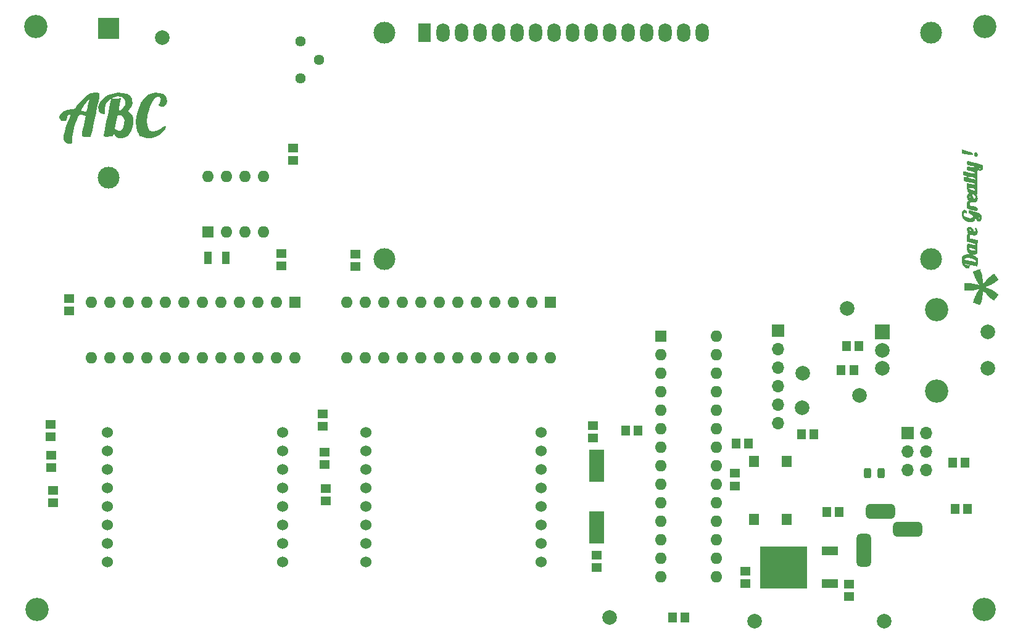
<source format=gbr>
%TF.GenerationSoftware,KiCad,Pcbnew,(6.0.5)*%
%TF.CreationDate,2022-07-22T16:06:37-04:00*%
%TF.ProjectId,Clock,436c6f63-6b2e-46b6-9963-61645f706362,rev?*%
%TF.SameCoordinates,PX4c4b400PY8a48640*%
%TF.FileFunction,Soldermask,Top*%
%TF.FilePolarity,Negative*%
%FSLAX46Y46*%
G04 Gerber Fmt 4.6, Leading zero omitted, Abs format (unit mm)*
G04 Created by KiCad (PCBNEW (6.0.5)) date 2022-07-22 16:06:37*
%MOMM*%
%LPD*%
G01*
G04 APERTURE LIST*
G04 Aperture macros list*
%AMRoundRect*
0 Rectangle with rounded corners*
0 $1 Rounding radius*
0 $2 $3 $4 $5 $6 $7 $8 $9 X,Y pos of 4 corners*
0 Add a 4 corners polygon primitive as box body*
4,1,4,$2,$3,$4,$5,$6,$7,$8,$9,$2,$3,0*
0 Add four circle primitives for the rounded corners*
1,1,$1+$1,$2,$3*
1,1,$1+$1,$4,$5*
1,1,$1+$1,$6,$7*
1,1,$1+$1,$8,$9*
0 Add four rect primitives between the rounded corners*
20,1,$1+$1,$2,$3,$4,$5,0*
20,1,$1+$1,$4,$5,$6,$7,0*
20,1,$1+$1,$6,$7,$8,$9,0*
20,1,$1+$1,$8,$9,$2,$3,0*%
G04 Aperture macros list end*
%ADD10R,1.000000X1.800000*%
%ADD11R,1.150000X1.400000*%
%ADD12R,1.600000X1.600000*%
%ADD13O,1.600000X1.600000*%
%ADD14C,3.200000*%
%ADD15R,1.400000X1.150000*%
%ADD16R,2.000000X2.000000*%
%ADD17C,2.000000*%
%ADD18R,2.200000X1.200000*%
%ADD19R,6.400000X5.800000*%
%ADD20R,2.000000X4.500000*%
%ADD21RoundRect,0.243750X-0.243750X-0.456250X0.243750X-0.456250X0.243750X0.456250X-0.243750X0.456250X0*%
%ADD22C,3.000000*%
%ADD23R,1.800000X2.600000*%
%ADD24O,1.800000X2.600000*%
%ADD25C,1.440000*%
%ADD26C,1.524000*%
%ADD27R,1.400000X1.600000*%
%ADD28R,1.700000X1.700000*%
%ADD29O,1.700000X1.700000*%
%ADD30RoundRect,0.500000X-0.500000X1.750000X-0.500000X-1.750000X0.500000X-1.750000X0.500000X1.750000X0*%
%ADD31RoundRect,0.500000X-1.500000X-0.500000X1.500000X-0.500000X1.500000X0.500000X-1.500000X0.500000X0*%
%ADD32R,3.000000X3.000000*%
G04 APERTURE END LIST*
%TO.C,G\u002A\u002A\u002A*%
G36*
X9749451Y73657561D02*
G01*
X9782476Y73657797D01*
X10055940Y73682141D01*
X10225850Y73784659D01*
X10347397Y73957570D01*
X10565975Y74265954D01*
X10878171Y74629685D01*
X11240848Y75005954D01*
X11610866Y75351949D01*
X11945089Y75624862D01*
X12173288Y75769587D01*
X12523506Y75890965D01*
X12916291Y75955691D01*
X13280941Y75958129D01*
X13546755Y75892647D01*
X13567496Y75880695D01*
X13601535Y75826185D01*
X13611850Y75706516D01*
X13595397Y75502182D01*
X13549133Y75193676D01*
X13470013Y74761494D01*
X13354994Y74186128D01*
X13201031Y73448074D01*
X13151096Y73212282D01*
X13002183Y72513476D01*
X12861743Y71859466D01*
X12736032Y71278989D01*
X12631305Y70800785D01*
X12553817Y70453592D01*
X12510005Y70266856D01*
X12417583Y69906060D01*
X11795913Y69906060D01*
X11455499Y69913424D01*
X11266458Y69942906D01*
X11188051Y70005590D01*
X11177166Y70074432D01*
X11197815Y70227632D01*
X11252276Y70528182D01*
X11332759Y70935561D01*
X11431476Y71409246D01*
X11453600Y71512455D01*
X11727112Y72782107D01*
X11436320Y72883478D01*
X11109759Y72972797D01*
X10895695Y72944667D01*
X10738246Y72774784D01*
X10618623Y72527841D01*
X10240610Y71530606D01*
X9995798Y70632329D01*
X9887869Y69847219D01*
X9882847Y69689707D01*
X9876331Y69315419D01*
X9857235Y69094079D01*
X9812294Y68986213D01*
X9728245Y68952346D01*
X9634848Y68951659D01*
X9352273Y68992236D01*
X9143637Y69051131D01*
X8864361Y69248136D01*
X8715704Y69585832D01*
X8697630Y70063645D01*
X8810102Y70681001D01*
X9053082Y71437324D01*
X9341822Y72142992D01*
X9491158Y72502164D01*
X9591641Y72784980D01*
X9630875Y72953849D01*
X9619451Y72984848D01*
X9356185Y72900098D01*
X9187869Y72681785D01*
X9153788Y72498021D01*
X9083965Y72245131D01*
X8907352Y72101011D01*
X8673234Y72061884D01*
X8430895Y72123967D01*
X8229619Y72283481D01*
X8118691Y72536645D01*
X8113321Y72577830D01*
X8170480Y72912318D01*
X8390675Y73205653D01*
X8745905Y73439718D01*
X8992894Y73523431D01*
X11092954Y73523431D01*
X11200190Y73481570D01*
X11404658Y73419067D01*
X11626988Y73358201D01*
X11787812Y73321251D01*
X11821078Y73319045D01*
X11849446Y73412426D01*
X11905060Y73647437D01*
X11976923Y73977122D01*
X11991927Y74048603D01*
X12072549Y74423089D01*
X12145887Y74743009D01*
X12197290Y74944693D01*
X12200825Y74956442D01*
X12229753Y75086605D01*
X12164874Y75067270D01*
X12085630Y75004548D01*
X11967800Y74874958D01*
X11794453Y74646981D01*
X11594148Y74363229D01*
X11395443Y74066311D01*
X11226894Y73798836D01*
X11117061Y73603415D01*
X11092954Y73523431D01*
X8992894Y73523431D01*
X9208165Y73596394D01*
X9749451Y73657561D01*
G37*
G36*
X21876089Y75933907D02*
G01*
X22330396Y75802430D01*
X22642752Y75548302D01*
X22792568Y75258851D01*
X22867945Y74828872D01*
X22810583Y74467419D01*
X22642893Y74200834D01*
X22387284Y74055457D01*
X22066165Y74057631D01*
X21844464Y74144384D01*
X21724124Y74220841D01*
X21713784Y74307009D01*
X21814559Y74469003D01*
X21850789Y74520031D01*
X22009998Y74839661D01*
X22032900Y75129695D01*
X21919337Y75344536D01*
X21853788Y75390151D01*
X21595955Y75429411D01*
X21322588Y75295511D01*
X21046381Y75005636D01*
X20780029Y74576970D01*
X20536228Y74026697D01*
X20327671Y73371999D01*
X20308466Y73298415D01*
X20179398Y72652350D01*
X20128212Y72054329D01*
X20152111Y71532939D01*
X20248298Y71116766D01*
X20413976Y70834398D01*
X20559235Y70735523D01*
X20978346Y70671610D01*
X21451156Y70761758D01*
X21934382Y70993828D01*
X22216004Y71200093D01*
X22450792Y71358162D01*
X22639928Y71415361D01*
X22675935Y71408994D01*
X22755162Y71350936D01*
X22747699Y71235655D01*
X22647916Y71012552D01*
X22627296Y70971865D01*
X22298575Y70525797D01*
X21834582Y70163179D01*
X21280495Y69900647D01*
X20681494Y69754834D01*
X20082757Y69742375D01*
X19592803Y69854615D01*
X19353586Y69943515D01*
X19208311Y69995443D01*
X19190453Y70000824D01*
X19129395Y70071404D01*
X19001340Y70243525D01*
X18971861Y70284678D01*
X18760520Y70727213D01*
X18646435Y71295411D01*
X18625293Y71951502D01*
X18692779Y72657715D01*
X18844580Y73376280D01*
X19076381Y74069427D01*
X19383869Y74699386D01*
X19496752Y74880263D01*
X19912719Y75386951D01*
X20386716Y75722115D01*
X20950679Y75904876D01*
X21274872Y75944975D01*
X21876089Y75933907D01*
G37*
G36*
X14359737Y71059232D02*
G01*
X15676591Y71059232D01*
X15902879Y70868186D01*
X16205275Y70716193D01*
X16505875Y70749247D01*
X16768793Y70963016D01*
X16776871Y70973717D01*
X16907923Y71252546D01*
X16996867Y71650123D01*
X17013098Y71791520D01*
X17031618Y72137803D01*
X17001672Y72366621D01*
X16909540Y72549774D01*
X16854009Y72624053D01*
X16585917Y72843907D01*
X16369197Y72888636D01*
X16240662Y72885548D01*
X16149188Y72855010D01*
X16079106Y72765111D01*
X16014747Y72583938D01*
X15940440Y72279582D01*
X15840518Y71820131D01*
X15837380Y71805563D01*
X15676591Y71059232D01*
X14359737Y71059232D01*
X14427310Y71384502D01*
X14556906Y71997675D01*
X14685985Y72600000D01*
X14827797Y73258192D01*
X14955256Y73850912D01*
X15063036Y74353290D01*
X15145807Y74740455D01*
X15198241Y74987536D01*
X15215109Y75069804D01*
X15301208Y75093546D01*
X15519232Y75121951D01*
X15808924Y75150018D01*
X16110026Y75172749D01*
X16362283Y75185142D01*
X16505436Y75182198D01*
X16517811Y75177896D01*
X16517864Y75071016D01*
X16481438Y74821714D01*
X16415669Y74474981D01*
X16378653Y74300311D01*
X16306244Y73931308D01*
X16265888Y73645833D01*
X16262764Y73485833D01*
X16275623Y73465909D01*
X16435567Y73537239D01*
X16651946Y73717045D01*
X16873930Y73954047D01*
X17050688Y74196966D01*
X17105661Y74303273D01*
X17178899Y74687205D01*
X17082053Y75025814D01*
X16833523Y75279791D01*
X16601594Y75380257D01*
X16065652Y75437018D01*
X15555093Y75326732D01*
X15099921Y75074725D01*
X14730136Y74706319D01*
X14475739Y74246838D01*
X14366734Y73721605D01*
X14370690Y73497224D01*
X14387050Y73197389D01*
X14364379Y73042874D01*
X14291454Y72988598D01*
X14243156Y72984848D01*
X13862376Y73061105D01*
X13599635Y73281898D01*
X13498184Y73504695D01*
X13455048Y73995254D01*
X13584155Y74469540D01*
X13865342Y74908915D01*
X14278441Y75294738D01*
X14803287Y75608368D01*
X15419716Y75831166D01*
X16107561Y75944492D01*
X16140051Y75946730D01*
X16829629Y75933617D01*
X17380050Y75797532D01*
X17787053Y75540531D01*
X18046378Y75164672D01*
X18103306Y74998652D01*
X18146599Y74494458D01*
X18014714Y74016702D01*
X17771905Y73665778D01*
X17531292Y73414632D01*
X17816459Y73223793D01*
X18089941Y72941800D01*
X18243474Y72534650D01*
X18281517Y71988132D01*
X18269845Y71779214D01*
X18165040Y71225308D01*
X17957282Y70696383D01*
X17674830Y70250534D01*
X17393649Y69977791D01*
X17074373Y69827558D01*
X16660788Y69738759D01*
X16601954Y69733005D01*
X16285035Y69719821D01*
X16080980Y69760367D01*
X15913048Y69875538D01*
X15847493Y69938457D01*
X15677858Y70150416D01*
X15590869Y70340864D01*
X15588617Y70358695D01*
X15565402Y70400037D01*
X15523279Y70276173D01*
X15515833Y70242803D01*
X15473939Y70089368D01*
X15398977Y70000539D01*
X15244041Y69955374D01*
X14962226Y69932930D01*
X14805626Y69925718D01*
X14437162Y69920179D01*
X14230741Y69946614D01*
X14157997Y70009230D01*
X14156861Y70021930D01*
X14176475Y70146393D01*
X14231691Y70432530D01*
X14292355Y70731881D01*
X15607596Y70731881D01*
X15625285Y70607093D01*
X15658128Y70605603D01*
X15681096Y70734372D01*
X15665724Y70790009D01*
X15623003Y70826453D01*
X15607596Y70731881D01*
X14292355Y70731881D01*
X14317104Y70854010D01*
X14359737Y71059232D01*
G37*
G36*
X134463322Y51743850D02*
G01*
X134478702Y51701022D01*
X134501058Y51635281D01*
X134528832Y51551240D01*
X134560468Y51453513D01*
X134574483Y51409648D01*
X134608188Y51304366D01*
X134639464Y51207823D01*
X134666537Y51125400D01*
X134687635Y51062477D01*
X134700987Y51024434D01*
X134703483Y51018037D01*
X134711794Y50986803D01*
X134722705Y50929216D01*
X134735026Y50852396D01*
X134747568Y50763464D01*
X134752732Y50723276D01*
X134764377Y50627827D01*
X134777186Y50519430D01*
X134790583Y50403310D01*
X134803994Y50284689D01*
X134816847Y50168791D01*
X134828566Y50060840D01*
X134838577Y49966058D01*
X134846307Y49889670D01*
X134851181Y49836899D01*
X134852652Y49814101D01*
X134864134Y49791491D01*
X134874320Y49788461D01*
X134884899Y49791809D01*
X134901438Y49803819D01*
X134926844Y49827435D01*
X134964025Y49865605D01*
X135015889Y49921276D01*
X135085343Y49997394D01*
X135138992Y50056677D01*
X135266083Y50196962D01*
X135374467Y50315298D01*
X135467689Y50415030D01*
X135549295Y50499502D01*
X135622828Y50572056D01*
X135691834Y50636037D01*
X135759858Y50694789D01*
X135830444Y50751656D01*
X135907137Y50809981D01*
X135993481Y50873107D01*
X136039741Y50906343D01*
X136128689Y50969738D01*
X136208873Y51026366D01*
X136276106Y51073311D01*
X136326201Y51107659D01*
X136354971Y51126495D01*
X136359768Y51129109D01*
X136374996Y51118225D01*
X136405827Y51084264D01*
X136448531Y51031737D01*
X136499380Y50965155D01*
X136531930Y50920776D01*
X136601520Y50824570D01*
X136679599Y50716730D01*
X136757075Y50609810D01*
X136824856Y50516360D01*
X136830902Y50508032D01*
X136881993Y50436694D01*
X136925109Y50374659D01*
X136956722Y50327150D01*
X136973301Y50299386D01*
X136974933Y50294929D01*
X136962023Y50281901D01*
X136926257Y50252465D01*
X136872083Y50209947D01*
X136803949Y50157670D01*
X136726302Y50098959D01*
X136643590Y50037140D01*
X136560260Y49975535D01*
X136480760Y49917471D01*
X136409538Y49866271D01*
X136351041Y49825261D01*
X136310421Y49798208D01*
X136274147Y49778163D01*
X136215692Y49748956D01*
X136143773Y49714841D01*
X136082228Y49686798D01*
X135994686Y49647470D01*
X135902644Y49605793D01*
X135819614Y49567898D01*
X135779045Y49549204D01*
X135709514Y49517384D01*
X135621941Y49477889D01*
X135529172Y49436490D01*
X135467440Y49409213D01*
X135370878Y49366350D01*
X135302974Y49334127D01*
X135261447Y49309861D01*
X135244015Y49290868D01*
X135248398Y49274463D01*
X135272313Y49257962D01*
X135313480Y49238680D01*
X135320059Y49235794D01*
X135372905Y49212326D01*
X135443608Y49180471D01*
X135519445Y49145972D01*
X135543236Y49135075D01*
X135620358Y49099677D01*
X135698739Y49063699D01*
X135764447Y49033536D01*
X135779045Y49026834D01*
X135830253Y49003449D01*
X135902845Y48970461D01*
X135987490Y48932103D01*
X136074858Y48892610D01*
X136082228Y48889283D01*
X136170398Y48847351D01*
X136257050Y48802407D01*
X136332506Y48759697D01*
X136387086Y48724468D01*
X136389233Y48722894D01*
X136435632Y48688801D01*
X136502434Y48640030D01*
X136582723Y48581615D01*
X136669585Y48518589D01*
X136730257Y48474668D01*
X136808817Y48416960D01*
X136876902Y48365232D01*
X136930148Y48322943D01*
X136964192Y48293547D01*
X136974807Y48280968D01*
X136965279Y48262316D01*
X136938960Y48221638D01*
X136899231Y48163889D01*
X136849471Y48094023D01*
X136813866Y48045159D01*
X136756944Y47967472D01*
X136705173Y47896379D01*
X136662714Y47837626D01*
X136633728Y47796959D01*
X136624836Y47784085D01*
X136601864Y47751315D01*
X136587500Y47733554D01*
X136574382Y47717066D01*
X136546401Y47679351D01*
X136508164Y47626674D01*
X136479132Y47586173D01*
X136436011Y47527866D01*
X136398897Y47481603D01*
X136372674Y47453257D01*
X136363585Y47447215D01*
X136344018Y47456669D01*
X136303904Y47482241D01*
X136249577Y47519739D01*
X136202069Y47554085D01*
X136128389Y47607880D01*
X136039089Y47672375D01*
X135946143Y47738954D01*
X135871684Y47791830D01*
X135798683Y47844635D01*
X135732184Y47894992D01*
X135678984Y47937603D01*
X135645881Y47967170D01*
X135643374Y47969815D01*
X135610273Y48005931D01*
X135557754Y48063078D01*
X135489244Y48137536D01*
X135408174Y48225580D01*
X135317970Y48323488D01*
X135222062Y48427537D01*
X135123879Y48534004D01*
X135073435Y48588682D01*
X135009379Y48656520D01*
X134952782Y48713467D01*
X134907631Y48755749D01*
X134877914Y48779591D01*
X134868087Y48783037D01*
X134860729Y48761418D01*
X134851736Y48714116D01*
X134842455Y48649006D01*
X134836920Y48600994D01*
X134815748Y48399843D01*
X134797456Y48228422D01*
X134781378Y48082962D01*
X134766848Y47959693D01*
X134753200Y47854845D01*
X134739768Y47764650D01*
X134725886Y47685337D01*
X134710888Y47613137D01*
X134694107Y47544281D01*
X134674878Y47474998D01*
X134652534Y47401520D01*
X134626410Y47320077D01*
X134595839Y47226899D01*
X134592126Y47215616D01*
X134554342Y47103233D01*
X134519624Y47004570D01*
X134489484Y46923603D01*
X134465437Y46864305D01*
X134448994Y46830651D01*
X134443187Y46824405D01*
X134419620Y46829579D01*
X134371791Y46843236D01*
X134307364Y46863111D01*
X134254708Y46880097D01*
X134181962Y46903932D01*
X134086387Y46935180D01*
X133977191Y46970834D01*
X133863580Y47007889D01*
X133778879Y47035485D01*
X133660284Y47075072D01*
X133572252Y47106756D01*
X133512803Y47131342D01*
X133479961Y47149638D01*
X133471485Y47160837D01*
X133476541Y47183324D01*
X133490751Y47233100D01*
X133512674Y47305473D01*
X133540872Y47395755D01*
X133573906Y47499254D01*
X133600055Y47579868D01*
X133630328Y47672603D01*
X133656544Y47751743D01*
X133680493Y47820980D01*
X133703969Y47884009D01*
X133728762Y47944522D01*
X133756665Y48006214D01*
X133789469Y48072777D01*
X133828968Y48147906D01*
X133876952Y48235293D01*
X133935213Y48338632D01*
X134005544Y48461617D01*
X134089737Y48607942D01*
X134147459Y48708141D01*
X134195106Y48792285D01*
X134235549Y48866448D01*
X134266238Y48925721D01*
X134284621Y48965195D01*
X134288593Y48979652D01*
X134268844Y48984369D01*
X134228420Y48981208D01*
X134208751Y48977721D01*
X134153883Y48966535D01*
X134082569Y48952032D01*
X134018899Y48939109D01*
X133949355Y48925004D01*
X133861109Y48907102D01*
X133768474Y48888306D01*
X133724138Y48879309D01*
X133634202Y48861187D01*
X133540782Y48842574D01*
X133458461Y48826369D01*
X133425915Y48820055D01*
X133354937Y48805623D01*
X133287618Y48790655D01*
X133240637Y48778944D01*
X133204467Y48773689D01*
X133138906Y48769155D01*
X133048245Y48765490D01*
X132936774Y48762845D01*
X132808785Y48761366D01*
X132725920Y48761102D01*
X132275117Y48761008D01*
X132279567Y49287367D01*
X132284018Y49813726D01*
X133176724Y49813726D01*
X133520359Y49741157D01*
X133698012Y49703697D01*
X133845542Y49672748D01*
X133965766Y49647767D01*
X134061500Y49628212D01*
X134135561Y49613540D01*
X134190767Y49603208D01*
X134229934Y49596674D01*
X134255879Y49593396D01*
X134271418Y49592830D01*
X134279370Y49594434D01*
X134280063Y49594816D01*
X134282398Y49613759D01*
X134269193Y49648928D01*
X134264081Y49658395D01*
X134156607Y49846402D01*
X134064376Y50008259D01*
X133985855Y50147032D01*
X133919512Y50265785D01*
X133863814Y50367583D01*
X133817231Y50455489D01*
X133778228Y50532568D01*
X133745274Y50601886D01*
X133716837Y50666505D01*
X133691384Y50729491D01*
X133667383Y50793907D01*
X133643301Y50862819D01*
X133617607Y50939291D01*
X133605826Y50974823D01*
X133570691Y51082868D01*
X133539345Y51182876D01*
X133513362Y51269527D01*
X133494317Y51337499D01*
X133483785Y51381471D01*
X133482213Y51392537D01*
X133482516Y51416777D01*
X133489989Y51434375D01*
X133510576Y51449309D01*
X133550220Y51465556D01*
X133614864Y51487094D01*
X133631498Y51492445D01*
X133695924Y51513238D01*
X133784347Y51541914D01*
X133888750Y51575867D01*
X134001119Y51612490D01*
X134113438Y51649176D01*
X134116400Y51650145D01*
X134216298Y51682714D01*
X134304881Y51711401D01*
X134377329Y51734660D01*
X134428819Y51750946D01*
X134454529Y51758713D01*
X134456476Y51759151D01*
X134463322Y51743850D01*
G37*
G36*
X133351150Y52262055D02*
G01*
X133224601Y52290735D01*
X132802049Y52383251D01*
X132528288Y52432042D01*
X132395909Y52437454D01*
X132397501Y52399833D01*
X132517956Y52323678D01*
X132727705Y52251154D01*
X132903419Y52251245D01*
X133030355Y52246186D01*
X133061561Y52148270D01*
X132993014Y51998547D01*
X132934779Y51931356D01*
X132842291Y51841083D01*
X132768764Y51813610D01*
X132649092Y51842952D01*
X132508541Y51892162D01*
X132228492Y52071630D01*
X132226674Y52074396D01*
X132031788Y52370877D01*
X131946395Y52712931D01*
X132186336Y52712931D01*
X132197054Y52676198D01*
X132226674Y52666004D01*
X132237985Y52777636D01*
X132225233Y52892839D01*
X132197054Y52879074D01*
X132186336Y52712931D01*
X131946395Y52712931D01*
X131934105Y52762162D01*
X131926198Y52922590D01*
X131932743Y53102824D01*
X132254085Y53102824D01*
X132337438Y53048751D01*
X132536000Y52988945D01*
X132871131Y52915148D01*
X132924135Y52904439D01*
X133261821Y52834904D01*
X133543904Y52773555D01*
X133728972Y52729550D01*
X133772364Y52716847D01*
X133858125Y52747786D01*
X133873802Y52813496D01*
X133801868Y52932573D01*
X133610885Y53064046D01*
X133528914Y53104422D01*
X133247050Y53197111D01*
X132928736Y53249474D01*
X132623811Y53259344D01*
X132382118Y53224552D01*
X132264583Y53159421D01*
X132254085Y53102824D01*
X131932743Y53102824D01*
X131935834Y53187962D01*
X131960316Y53399228D01*
X131976607Y53463777D01*
X132112748Y53623421D01*
X132356932Y53751937D01*
X132655033Y53824636D01*
X132785189Y53832588D01*
X133084188Y53832588D01*
X132870369Y54000778D01*
X132756290Y54105977D01*
X132691910Y54227479D01*
X132663308Y54412933D01*
X132658525Y54623581D01*
X132929662Y54623581D01*
X132968168Y54538268D01*
X132979997Y54523753D01*
X133118380Y54425886D01*
X133329854Y54338188D01*
X133547560Y54281953D01*
X133704643Y54278474D01*
X133724173Y54286746D01*
X133792108Y54381036D01*
X133704553Y54476047D01*
X133488339Y54558672D01*
X133248546Y54614740D01*
X133054057Y54642883D01*
X133032076Y54643637D01*
X132929662Y54623581D01*
X132658525Y54623581D01*
X132656563Y54709989D01*
X132656549Y54732676D01*
X132659507Y55027151D01*
X132676004Y55192051D01*
X132717477Y55260087D01*
X132795362Y55263970D01*
X132839137Y55254918D01*
X133287663Y55156720D01*
X133587759Y55099827D01*
X133747566Y55082805D01*
X133778290Y55089579D01*
X133780538Y55173819D01*
X133629393Y55259978D01*
X133333646Y55343838D01*
X133185033Y55374251D01*
X132656549Y55473969D01*
X132656549Y55987467D01*
X132668508Y56262003D01*
X132699674Y56466969D01*
X132737919Y56551254D01*
X132773547Y56659794D01*
X132733225Y56762354D01*
X132681648Y56950794D01*
X132670269Y57196795D01*
X132670298Y57197218D01*
X132933596Y57197218D01*
X133016948Y57116589D01*
X133172445Y57024487D01*
X133260398Y57000025D01*
X133272154Y57041121D01*
X133188803Y57121750D01*
X133033305Y57213852D01*
X132945352Y57238314D01*
X132933596Y57197218D01*
X132670298Y57197218D01*
X132672143Y57224043D01*
X132705450Y57426939D01*
X132786845Y57519731D01*
X132928739Y57551414D01*
X133161242Y57513010D01*
X133376943Y57376170D01*
X133520577Y57184798D01*
X133549201Y57058499D01*
X133596907Y56940990D01*
X133691214Y56935451D01*
X133794643Y56981841D01*
X133807259Y57085372D01*
X133749407Y57261182D01*
X133744932Y57381053D01*
X133808315Y57403195D01*
X133988774Y57331904D01*
X134091952Y57120838D01*
X134117252Y56857749D01*
X134101751Y56623853D01*
X134037195Y56492786D01*
X133909202Y56412270D01*
X133678270Y56358375D01*
X133388335Y56400982D01*
X133381726Y56402735D01*
X133260398Y56430269D01*
X133177853Y56449001D01*
X133085583Y56436380D01*
X133062448Y56357009D01*
X133062300Y56343606D01*
X133036521Y56146874D01*
X133016247Y56079203D01*
X133026379Y56008387D01*
X133134922Y55948927D01*
X133366973Y55890236D01*
X133543588Y55856719D01*
X134116982Y55754247D01*
X134108471Y54854280D01*
X134097917Y54481019D01*
X134075889Y54163693D01*
X134045811Y53940006D01*
X134017519Y53852876D01*
X133883120Y53779678D01*
X133704643Y53751535D01*
X133681278Y53747851D01*
X133427476Y53744265D01*
X133729283Y53584898D01*
X133941571Y53446752D01*
X134093248Y53301956D01*
X134114747Y53269219D01*
X134160040Y53163128D01*
X134180244Y53034394D01*
X134176598Y52840801D01*
X134150341Y52540134D01*
X134139287Y52432748D01*
X134096093Y52237626D01*
X134028876Y52135149D01*
X134010916Y52130518D01*
X133891933Y52148716D01*
X133772364Y52172587D01*
X133657755Y52195467D01*
X133351150Y52262055D01*
G37*
G36*
X134084801Y67630245D02*
G01*
X134117252Y67465815D01*
X134077553Y67282650D01*
X133995527Y67193018D01*
X133793151Y67180024D01*
X133662802Y67301385D01*
X133630351Y67465815D01*
X133670051Y67648980D01*
X133752077Y67738611D01*
X133954452Y67751606D01*
X134084801Y67630245D01*
G37*
G36*
X134015751Y58443640D02*
G01*
X133907916Y58643054D01*
X133903814Y58788834D01*
X134213956Y58788834D01*
X134253129Y58714838D01*
X134320128Y58701598D01*
X134421125Y58742773D01*
X134426299Y58788834D01*
X134342521Y58872675D01*
X134320128Y58876070D01*
X134224976Y58812893D01*
X134213956Y58788834D01*
X133903814Y58788834D01*
X133901764Y58861696D01*
X133914210Y59034852D01*
X133873595Y59107289D01*
X133871773Y59107348D01*
X133821419Y59035539D01*
X133794213Y58856962D01*
X133792652Y58795325D01*
X133727098Y58487126D01*
X133544357Y58273777D01*
X133265310Y58164813D01*
X132910840Y58169770D01*
X132607590Y58254161D01*
X132252692Y58458502D01*
X132029264Y58754323D01*
X131931922Y59149795D01*
X131926501Y59288065D01*
X131942180Y59543471D01*
X132004917Y59697676D01*
X132123632Y59801021D01*
X132305588Y59883963D01*
X132468988Y59850631D01*
X132493732Y59837977D01*
X132599075Y59726800D01*
X132640615Y59578833D01*
X132615720Y59453471D01*
X132521760Y59410108D01*
X132512610Y59411661D01*
X132339038Y59447514D01*
X132316481Y59452237D01*
X132219549Y59404544D01*
X132190227Y59337892D01*
X132228130Y59169089D01*
X132386007Y59002542D01*
X132622742Y58860298D01*
X132897220Y58764402D01*
X133168325Y58736902D01*
X133280519Y58753275D01*
X133438910Y58844618D01*
X133461663Y58982710D01*
X133355052Y59135548D01*
X133184025Y59245417D01*
X132988388Y59365624D01*
X132909224Y59507659D01*
X132900000Y59617962D01*
X132923742Y59785499D01*
X133002241Y59815370D01*
X133013507Y59811507D01*
X133149904Y59773439D01*
X133389301Y59718647D01*
X133627311Y59669523D01*
X133943735Y59587085D01*
X134235065Y59477696D01*
X134386168Y59397392D01*
X134557519Y59253924D01*
X134640042Y59082411D01*
X134668651Y58860783D01*
X134661639Y58599140D01*
X134609991Y58420978D01*
X134591558Y58396862D01*
X134397222Y58293825D01*
X134320128Y58303031D01*
X134192070Y58318324D01*
X134015751Y58443640D01*
G37*
G36*
X133111937Y60904620D02*
G01*
X133056578Y60825364D01*
X133036193Y60738256D01*
X133027012Y60581161D01*
X133093192Y60480748D01*
X133264674Y60414547D01*
X133532427Y60365849D01*
X133834937Y60313311D01*
X134010254Y60252492D01*
X134092658Y60158740D01*
X134116429Y60007403D01*
X134117252Y59945274D01*
X134102608Y59758536D01*
X134044619Y59697265D01*
X133975240Y59707530D01*
X133814670Y59748918D01*
X133566877Y59805498D01*
X133427476Y59835342D01*
X133073525Y59908104D01*
X132847858Y59964909D01*
X132721900Y60031468D01*
X132667075Y60133493D01*
X132654809Y60296697D01*
X132656549Y60529022D01*
X132663409Y60819054D01*
X132689674Y60980547D01*
X132743871Y61046900D01*
X132790852Y61054952D01*
X132879963Y61066551D01*
X132855592Y61129010D01*
X132790852Y61203355D01*
X132694852Y61400659D01*
X132662254Y61640882D01*
X132974615Y61640882D01*
X133091741Y61563626D01*
X133113959Y61553303D01*
X133265780Y61489415D01*
X133289595Y61501000D01*
X133212283Y61586078D01*
X133070327Y61680708D01*
X132979916Y61690217D01*
X132974615Y61640882D01*
X132662254Y61640882D01*
X132656596Y61682573D01*
X132656549Y61692871D01*
X132674797Y61927413D01*
X132711188Y61993493D01*
X133381050Y61993493D01*
X133396940Y61900922D01*
X133484813Y61707993D01*
X133599087Y61506648D01*
X133686517Y61437284D01*
X133757026Y61464811D01*
X133822819Y61574310D01*
X133779023Y61742147D01*
X133775078Y61750891D01*
X133688172Y61896885D01*
X133627745Y61944617D01*
X133623963Y61947604D01*
X133500295Y61973835D01*
X133441378Y61994073D01*
X133381050Y61993493D01*
X132711188Y61993493D01*
X132743073Y62051390D01*
X132823493Y62095740D01*
X132990436Y62157497D01*
X132823493Y62308578D01*
X132729507Y62424446D01*
X132678162Y62587685D01*
X132658644Y62839792D01*
X132900000Y62839792D01*
X132969787Y62752577D01*
X133142058Y62653538D01*
X133361177Y62567455D01*
X133571510Y62519109D01*
X133627745Y62515655D01*
X133768486Y62555188D01*
X133771700Y62647705D01*
X133650639Y62745569D01*
X133451303Y62821712D01*
X133226712Y62871068D01*
X133029567Y62887022D01*
X132912567Y62862959D01*
X132900000Y62839792D01*
X132658644Y62839792D01*
X132658245Y62844944D01*
X132656549Y63003206D01*
X132656549Y63546753D01*
X133188107Y63427511D01*
X133499378Y63370450D01*
X133709752Y63357695D01*
X133802015Y63387317D01*
X133758959Y63457387D01*
X133756904Y63458788D01*
X133716013Y63486669D01*
X133573478Y63538622D01*
X133326964Y63597959D01*
X133033607Y63652466D01*
X132778275Y63687137D01*
X132574902Y63736527D01*
X132368734Y63825092D01*
X132237269Y63918900D01*
X132231754Y63926433D01*
X132183765Y64075102D01*
X132170891Y64209665D01*
X132190292Y64341871D01*
X132283545Y64373721D01*
X132405759Y64355174D01*
X132611123Y64351597D01*
X132615556Y64355583D01*
X132818850Y64355583D01*
X132894057Y64262372D01*
X133096139Y64194501D01*
X133123163Y64189648D01*
X133378279Y64141761D01*
X133593952Y64092970D01*
X133610064Y64088662D01*
X133756904Y64081280D01*
X133792652Y64131202D01*
X133725584Y64227692D01*
X133610064Y64291609D01*
X133405085Y64352407D01*
X133149018Y64410161D01*
X133123163Y64415003D01*
X132916878Y64438254D01*
X132829193Y64402130D01*
X132818850Y64355583D01*
X132615556Y64355583D01*
X132683635Y64416792D01*
X132652117Y64503160D01*
X132472821Y64564795D01*
X132406949Y64576555D01*
X132201681Y64620973D01*
X132111215Y64698018D01*
X132088897Y64856848D01*
X132088498Y64912090D01*
X132100737Y65100075D01*
X132157519Y65166609D01*
X132271086Y65155990D01*
X132442281Y65117835D01*
X132712025Y65057736D01*
X133006473Y64992143D01*
X133381239Y64912711D01*
X133618332Y64874814D01*
X133736944Y64878344D01*
X133756271Y64923195D01*
X133713613Y64988191D01*
X133583968Y65067513D01*
X133350726Y65149608D01*
X133135626Y65201624D01*
X132870618Y65257842D01*
X132727471Y65313057D01*
X132668654Y65396870D01*
X132656639Y65538882D01*
X132656549Y65579488D01*
X132659163Y65630512D01*
X134307127Y65630512D01*
X134320128Y65599361D01*
X134427628Y65521241D01*
X134451431Y65518211D01*
X134495428Y65568210D01*
X134482428Y65599361D01*
X134374927Y65677482D01*
X134351124Y65680511D01*
X134307127Y65630512D01*
X132659163Y65630512D01*
X132666170Y65767285D01*
X132725844Y65833260D01*
X132881787Y65817846D01*
X132920287Y65810223D01*
X133334429Y65732425D01*
X133604863Y65694940D01*
X133744809Y65696669D01*
X133767487Y65736512D01*
X133765511Y65739924D01*
X133664172Y65797035D01*
X133449957Y65864243D01*
X133185033Y65923772D01*
X132903214Y65980175D01*
X132745145Y66032089D01*
X132675042Y66104875D01*
X132657122Y66223893D01*
X132656549Y66298326D01*
X132666995Y66482495D01*
X132692567Y66571626D01*
X132696826Y66573163D01*
X132844032Y66554480D01*
X133099400Y66504680D01*
X133424235Y66433135D01*
X133779844Y66349216D01*
X134127532Y66262295D01*
X134428607Y66181745D01*
X134644375Y66116936D01*
X134733622Y66079835D01*
X134826645Y65915930D01*
X134851142Y65683878D01*
X134811264Y65452821D01*
X134711160Y65291900D01*
X134685303Y65274761D01*
X134474036Y65240830D01*
X134451431Y65250292D01*
X134272649Y65325124D01*
X134171306Y65456418D01*
X134149217Y65491084D01*
X134132311Y65461182D01*
X134120030Y65351036D01*
X134111817Y65144973D01*
X134107114Y64827317D01*
X134105362Y64382395D01*
X134106004Y63794532D01*
X134106441Y63634300D01*
X134103912Y63110338D01*
X134093674Y62671173D01*
X134076691Y62337282D01*
X134053924Y62129146D01*
X134032713Y62067234D01*
X133999617Y61961196D01*
X134035883Y61866864D01*
X134100834Y61649586D01*
X134114626Y61384498D01*
X134080314Y61138530D01*
X134000953Y60978617D01*
X133995108Y60973454D01*
X133814805Y60910649D01*
X133686517Y60909001D01*
X133515494Y60906803D01*
X133474685Y60910353D01*
X133265780Y60924838D01*
X133235913Y60926909D01*
X133111937Y60904620D01*
G37*
G36*
X132672433Y67961020D02*
G01*
X133030743Y67852032D01*
X133259753Y67765728D01*
X133388129Y67687520D01*
X133444534Y67602822D01*
X133453408Y67563567D01*
X133439828Y67426788D01*
X133315748Y67389383D01*
X133291107Y67389652D01*
X133117160Y67405729D01*
X132843396Y67443021D01*
X132534824Y67492499D01*
X131966773Y67590360D01*
X131942082Y67884965D01*
X131917390Y68179569D01*
X132672433Y67961020D01*
G37*
%TD*%
D10*
%TO.C,Y2*%
X28468000Y53296000D03*
X30968000Y53296000D03*
%TD*%
D11*
%TO.C,R1*%
X85774000Y29557000D03*
X87474000Y29557000D03*
%TD*%
D12*
%TO.C,U5*%
X75453000Y47200000D03*
D13*
X72913000Y47200000D03*
X70373000Y47200000D03*
X67833000Y47200000D03*
X65293000Y47200000D03*
X62753000Y47200000D03*
X60213000Y47200000D03*
X57673000Y47200000D03*
X55133000Y47200000D03*
X52593000Y47200000D03*
X50053000Y47200000D03*
X47513000Y47200000D03*
X47513000Y39580000D03*
X50053000Y39580000D03*
X52593000Y39580000D03*
X55133000Y39580000D03*
X57673000Y39580000D03*
X60213000Y39580000D03*
X62753000Y39580000D03*
X65293000Y39580000D03*
X67833000Y39580000D03*
X70373000Y39580000D03*
X72913000Y39580000D03*
X75453000Y39580000D03*
%TD*%
D14*
%TO.C,H2*%
X135100000Y85000000D03*
%TD*%
D15*
%TO.C,C6*%
X81798000Y12500000D03*
X81798000Y10800000D03*
%TD*%
D14*
%TO.C,SW1*%
X128500000Y46200000D03*
X128500000Y35000000D03*
D16*
X121000000Y43100000D03*
D17*
X121000000Y38100000D03*
X121000000Y40600000D03*
X135500000Y38100000D03*
X135500000Y43100000D03*
%TD*%
D11*
%TO.C,R7*%
X113400000Y18400000D03*
X115100000Y18400000D03*
%TD*%
D15*
%TO.C,C13*%
X100800000Y23700000D03*
X100800000Y22000000D03*
%TD*%
%TO.C,R6*%
X44200000Y30200000D03*
X44200000Y31900000D03*
%TD*%
D17*
%TO.C,A_TP1*%
X116215000Y46321000D03*
%TD*%
D15*
%TO.C,C3*%
X102200000Y10300000D03*
X102200000Y8600000D03*
%TD*%
D18*
%TO.C,U1*%
X113825000Y8545000D03*
D19*
X107525000Y10825000D03*
D18*
X113825000Y13105000D03*
%TD*%
D15*
%TO.C,C10*%
X7000000Y26200000D03*
X7000000Y24500000D03*
%TD*%
D11*
%TO.C,C4*%
X92251000Y3903000D03*
X93951000Y3903000D03*
%TD*%
D17*
%TO.C,DO_TP1*%
X83600000Y3900000D03*
%TD*%
D15*
%TO.C,C9*%
X44700000Y21600000D03*
X44700000Y19900000D03*
%TD*%
D11*
%TO.C,R2*%
X115400000Y37900000D03*
X117100000Y37900000D03*
%TD*%
D20*
%TO.C,Y1*%
X81798000Y24790000D03*
X81798000Y16290000D03*
%TD*%
D21*
%TO.C,D3*%
X118962500Y23700000D03*
X120837500Y23700000D03*
%TD*%
D17*
%TO.C,TX_TP1*%
X110100000Y37500000D03*
%TD*%
D15*
%TO.C,C7*%
X44500000Y26650000D03*
X44500000Y24950000D03*
%TD*%
%TO.C,R4*%
X48700000Y53800000D03*
X48700000Y52100000D03*
%TD*%
D14*
%TO.C,H3*%
X5000000Y5000000D03*
%TD*%
D17*
%TO.C,VCC_TP1*%
X103515000Y3395000D03*
%TD*%
D15*
%TO.C,C5*%
X81290000Y28580000D03*
X81290000Y30280000D03*
%TD*%
D12*
%TO.C,U6*%
X40396000Y47210000D03*
D13*
X37856000Y47210000D03*
X35316000Y47210000D03*
X32776000Y47210000D03*
X30236000Y47210000D03*
X27696000Y47210000D03*
X25156000Y47210000D03*
X22616000Y47210000D03*
X20076000Y47210000D03*
X17536000Y47210000D03*
X14996000Y47210000D03*
X12456000Y47210000D03*
X12456000Y39590000D03*
X14996000Y39590000D03*
X17536000Y39590000D03*
X20076000Y39590000D03*
X22616000Y39590000D03*
X25156000Y39590000D03*
X27696000Y39590000D03*
X30236000Y39590000D03*
X32776000Y39590000D03*
X35316000Y39590000D03*
X37856000Y39590000D03*
X40396000Y39590000D03*
%TD*%
D15*
%TO.C,R12*%
X38600000Y52150000D03*
X38600000Y53850000D03*
%TD*%
D17*
%TO.C,RX_TP1*%
X110000000Y32700000D03*
%TD*%
%TO.C,B_TP1*%
X117866000Y34383000D03*
%TD*%
D22*
%TO.C,DS1*%
X52700900Y84157500D03*
X127699480Y53156800D03*
X127700000Y84157500D03*
X52700900Y53156800D03*
D23*
X58200000Y84157500D03*
D24*
X60740000Y84157500D03*
X63280000Y84157500D03*
X65820000Y84157500D03*
X68360000Y84157500D03*
X70900000Y84157500D03*
X73440000Y84157500D03*
X75980000Y84157500D03*
X78520000Y84157500D03*
X81060000Y84157500D03*
X83600000Y84157500D03*
X86140000Y84157500D03*
X88680000Y84157500D03*
X91220000Y84157500D03*
X93760000Y84157500D03*
X96300000Y84157500D03*
%TD*%
D11*
%TO.C,R9*%
X132700000Y18800000D03*
X131000000Y18800000D03*
%TD*%
D15*
%TO.C,R5*%
X9400000Y47700000D03*
X9400000Y46000000D03*
%TD*%
D11*
%TO.C,R3*%
X116150000Y41200000D03*
X117850000Y41200000D03*
%TD*%
D12*
%TO.C,U4*%
X28458000Y56862000D03*
D13*
X30998000Y56862000D03*
X33538000Y56862000D03*
X36078000Y56862000D03*
X36078000Y64482000D03*
X33538000Y64482000D03*
X30998000Y64482000D03*
X28458000Y64482000D03*
%TD*%
D11*
%TO.C,C12*%
X130650000Y25200000D03*
X132350000Y25200000D03*
%TD*%
D14*
%TO.C,H1*%
X4900000Y85000000D03*
%TD*%
D12*
%TO.C,U2*%
X90600000Y42500000D03*
D13*
X90600000Y39960000D03*
X90600000Y37420000D03*
X90600000Y34880000D03*
X90600000Y32340000D03*
X90600000Y29800000D03*
X90600000Y27260000D03*
X90600000Y24720000D03*
X90600000Y22180000D03*
X90600000Y19640000D03*
X90600000Y17100000D03*
X90600000Y14560000D03*
X90600000Y12020000D03*
X90600000Y9480000D03*
X98220000Y9480000D03*
X98220000Y12020000D03*
X98220000Y14560000D03*
X98220000Y17100000D03*
X98220000Y19640000D03*
X98220000Y22180000D03*
X98220000Y24720000D03*
X98220000Y27260000D03*
X98220000Y29800000D03*
X98220000Y32340000D03*
X98220000Y34880000D03*
X98220000Y37420000D03*
X98220000Y39960000D03*
X98220000Y42500000D03*
%TD*%
D25*
%TO.C,RV1*%
X41158000Y77944000D03*
X43698000Y80484000D03*
X41158000Y83024000D03*
%TD*%
D17*
%TO.C,VBAT_TP1*%
X22235000Y83532000D03*
%TD*%
%TO.C,TP_GND1*%
X121300000Y3400000D03*
%TD*%
D15*
%TO.C,C2*%
X116500000Y8500000D03*
X116500000Y6800000D03*
%TD*%
D26*
%TO.C,D2*%
X14700000Y29290000D03*
X14700000Y26750000D03*
X14700000Y24210000D03*
X14700000Y21670000D03*
X14700000Y19130000D03*
X14700000Y16590000D03*
X14700000Y14050000D03*
X14700000Y11510000D03*
X38700000Y11510000D03*
X38700000Y14050000D03*
X38700000Y16590000D03*
X38700000Y19130000D03*
X38700000Y21670000D03*
X38700000Y24210000D03*
X38700000Y26750000D03*
X38700000Y29290000D03*
%TD*%
D15*
%TO.C,R8*%
X6900000Y28700000D03*
X6900000Y30400000D03*
%TD*%
D27*
%TO.C,SW2*%
X107888000Y25366000D03*
X107888000Y17366000D03*
X103388000Y25366000D03*
X103388000Y17366000D03*
%TD*%
D26*
%TO.C,D1*%
X50200000Y29360000D03*
X50200000Y26820000D03*
X50200000Y24280000D03*
X50200000Y21740000D03*
X50200000Y19200000D03*
X50200000Y16660000D03*
X50200000Y14120000D03*
X50200000Y11580000D03*
X74200000Y11580000D03*
X74200000Y14120000D03*
X74200000Y16660000D03*
X74200000Y19200000D03*
X74200000Y21740000D03*
X74200000Y24280000D03*
X74200000Y26820000D03*
X74200000Y29360000D03*
%TD*%
D11*
%TO.C,C1*%
X100950000Y27800000D03*
X102650000Y27800000D03*
%TD*%
D28*
%TO.C,J3*%
X124525000Y29225000D03*
D29*
X127065000Y29225000D03*
X124525000Y26685000D03*
X127065000Y26685000D03*
X124525000Y24145000D03*
X127065000Y24145000D03*
%TD*%
D14*
%TO.C,H4*%
X135000000Y5000000D03*
%TD*%
D11*
%TO.C,C11*%
X109950000Y29100000D03*
X111650000Y29100000D03*
%TD*%
D15*
%TO.C,C8*%
X7200000Y21350000D03*
X7200000Y19650000D03*
%TD*%
%TO.C,R13*%
X40200000Y68400000D03*
X40200000Y66700000D03*
%TD*%
D30*
%TO.C,J1*%
X118500000Y13200000D03*
D31*
X120800000Y18500000D03*
X124500000Y16000000D03*
%TD*%
D32*
%TO.C,BT1*%
X14900000Y84800000D03*
D22*
X14900000Y64310000D03*
%TD*%
D28*
%TO.C,J2*%
X106690000Y43273000D03*
D29*
X106690000Y40733000D03*
X106690000Y38193000D03*
X106690000Y35653000D03*
X106690000Y33113000D03*
X106690000Y30573000D03*
%TD*%
M02*

</source>
